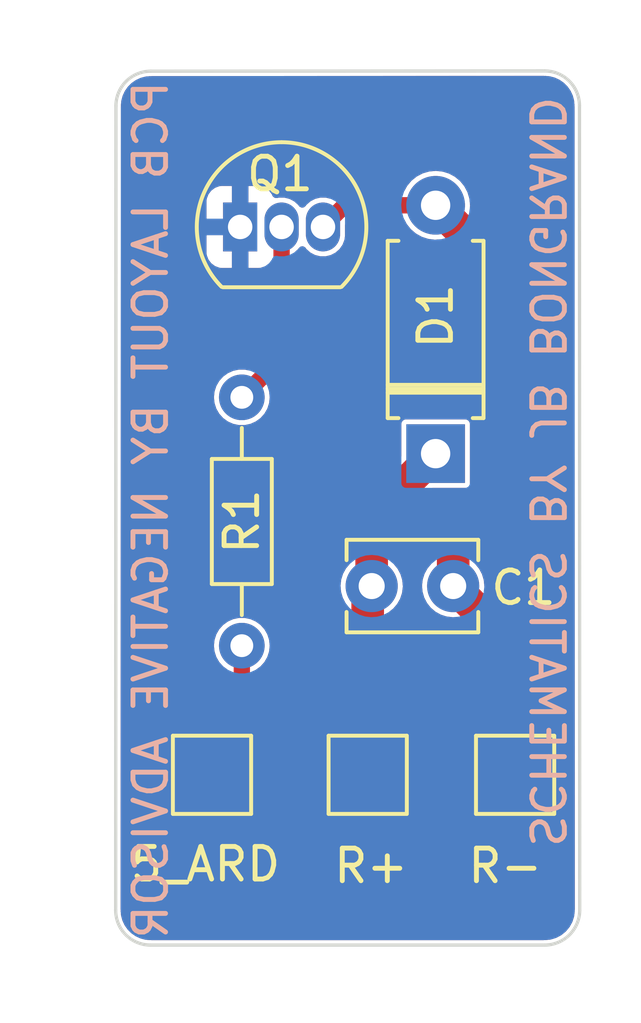
<source format=kicad_pcb>
(kicad_pcb (version 20211014) (generator pcbnew)
  (title_block (title "PCBPool Template") (date "21 December 2014") (rev "0.1") (company "s-light.eu"))
  (layers (0 "F.Cu" signal) (31 "B.Cu" signal) (34 "B.Paste" user) (35 "F.Paste" user) (36 "B.SilkS" user "B.Silkscreen") (37 "F.SilkS" user "F.Silkscreen") (38 "B.Mask" user) (39 "F.Mask" user) (44 "Edge.Cuts" user))
  (net 0 "")
  (net 1 "VCC")
  (net 2 "Net-(C1-Pad2)")
  (net 3 "Net-(J1-Pad1)")
  (net 4 "GND")
  (net 5 "Net-(Q1-Pad2)")
  (footprint "Capacitor_THT:C_Disc_D3.8mm_W2.6mm_P2.50mm" (layer "F.Cu") (at 120.9368 89.5732)
    (fp_text reference "C1" (at 4.6536 0.0508) (layer "F.SilkS"))
    (fp_text value "0.1Uf" hide)
    (fp_line (start -0.77 1.42) (end 3.27 1.42) (layer "F.SilkS") (width 0.12))
    (fp_line (start 3.27 -1.42) (end 3.27 -0.795) (layer "F.SilkS") (width 0.12))
    (fp_line (start -0.77 -1.42) (end 3.27 -1.42) (layer "F.SilkS") (width 0.12))
    (fp_line (start 3.27 0.795) (end 3.27 1.42) (layer "F.SilkS") (width 0.12))
    (fp_line (start -0.77 0.795) (end -0.77 1.42) (layer "F.SilkS") (width 0.12))
    (fp_line (start -0.77 -1.42) (end -0.77 -0.795) (layer "F.SilkS") (width 0.12))
    (pad "1" thru_hole circle (at 0 0) (size 1.6 1.6) (drill 0.8) (layers *.Cu *.Mask) (net 1 "VCC"))
    (pad "2" thru_hole circle (at 2.5 0) (size 1.6 1.6) (drill 0.8) (layers *.Cu *.Mask) (net 2 "Net-(C1-Pad2)"))
  )
  (footprint "TestPoint:TestPoint_Pad_2.0x2.0mm" (layer "F.Cu") (at 125.3364 95.3644)
    (fp_text reference "J3" hide)
    (fp_text value "R-" (at -0.3048 2.794) (layer "F.SilkS"))
    (fp_line (start 1.2 1.2) (end -1.2 1.2) (layer "F.SilkS") (width 0.12))
    (fp_line (start 1.2 -1.2) (end 1.2 1.2) (layer "F.SilkS") (width 0.12))
    (fp_line (start -1.2 1.2) (end -1.2 -1.2) (layer "F.SilkS") (width 0.12))
    (fp_line (start -1.2 -1.2) (end 1.2 -1.2) (layer "F.SilkS") (width 0.12))
    (pad "1" smd rect (at 0 0) (size 2 2) (layers "F.Cu" "F.Mask") (net 2 "Net-(C1-Pad2)"))
  )
  (footprint "TestPoint:TestPoint_Pad_2.0x2.0mm" (layer "F.Cu") (at 116.04 95.3644)
    (fp_text reference "J1" hide)
    (fp_text value "5_ARD" (at -0.2032 2.7432) (layer "F.SilkS"))
    (fp_line (start -1.2 1.2) (end -1.2 -1.2) (layer "F.SilkS") (width 0.12))
    (fp_line (start -1.2 -1.2) (end 1.2 -1.2) (layer "F.SilkS") (width 0.12))
    (fp_line (start 1.2 -1.2) (end 1.2 1.2) (layer "F.SilkS") (width 0.12))
    (fp_line (start 1.2 1.2) (end -1.2 1.2) (layer "F.SilkS") (width 0.12))
    (pad "1" smd rect (at 0 0) (size 2 2) (layers "F.Cu" "F.Mask") (net 3 "Net-(J1-Pad1)"))
  )
  (footprint "TestPoint:TestPoint_Pad_2.0x2.0mm" (layer "F.Cu") (at 120.8152 95.3644)
    (fp_text reference "J2" hide)
    (fp_text value "R+" (at 0.1016 2.794) (layer "F.SilkS"))
    (fp_line (start 1.2 1.2) (end -1.2 1.2) (layer "F.SilkS") (width 0.12))
    (fp_line (start -1.2 -1.2) (end 1.2 -1.2) (layer "F.SilkS") (width 0.12))
    (fp_line (start 1.2 -1.2) (end 1.2 1.2) (layer "F.SilkS") (width 0.12))
    (fp_line (start -1.2 1.2) (end -1.2 -1.2) (layer "F.SilkS") (width 0.12))
    (pad "1" smd rect (at 0 0) (size 2 2) (layers "F.Cu" "F.Mask") (net 1 "VCC"))
  )
  (footprint "Package_TO_SOT_THT:TO-92_Inline" (layer "F.Cu") (at 116.9036 78.554)
    (fp_text reference "Q1" (at 1.2192 -1.6256) (layer "F.SilkS"))
    (fp_text value "PN2222A")
    (fp_line (start -0.53 1.85) (end 3.07 1.85) (layer "F.SilkS") (width 0.12))
    (fp_arc (start -0.568478 1.838478) (mid -1.132087 -0.994977) (end 1.27 -2.6) (layer "F.SilkS") (width 0.12))
    (fp_arc (start 1.27 -2.6) (mid 3.672087 -0.994977) (end 3.108478 1.838478) (layer "F.SilkS") (width 0.12))
    (pad "1" thru_hole rect (at 0 0) (size 1.05 1.5) (drill 0.75) (layers *.Cu *.Mask) (net 4 "GND"))
    (pad "2" thru_hole oval (at 1.27 0) (size 1.05 1.5) (drill 0.75) (layers *.Cu *.Mask) (net 5 "Net-(Q1-Pad2)"))
    (pad "3" thru_hole oval (at 2.54 0) (size 1.05 1.5) (drill 0.75) (layers *.Cu *.Mask) (net 2 "Net-(C1-Pad2)"))
  )
  (footprint "Resistor_THT:R_Axial_DIN0204_L3.6mm_D1.6mm_P7.62mm_Horizontal" (layer "F.Cu") (at 116.9544 91.402 90)
    (fp_text reference "R1" (at 3.81 0 90) (layer "F.SilkS"))
    (fp_text value "270r" hide)
    (fp_line (start 1.89 -0.92) (end 1.89 0.92) (layer "F.SilkS") (width 0.12))
    (fp_line (start 0.94 0) (end 1.89 0) (layer "F.SilkS") (width 0.12))
    (fp_line (start 5.73 0.92) (end 5.73 -0.92) (layer "F.SilkS") (width 0.12))
    (fp_line (start 5.73 -0.92) (end 1.89 -0.92) (layer "F.SilkS") (width 0.12))
    (fp_line (start 1.89 0.92) (end 5.73 0.92) (layer "F.SilkS") (width 0.12))
    (fp_line (start 6.68 0) (end 5.73 0) (layer "F.SilkS") (width 0.12))
    (pad "1" thru_hole circle (at 0 0 90) (size 1.4 1.4) (drill 0.7) (layers *.Cu *.Mask) (net 3 "Net-(J1-Pad1)"))
    (pad "2" thru_hole oval (at 7.62 0 90) (size 1.4 1.4) (drill 0.7) (layers *.Cu *.Mask) (net 5 "Net-(Q1-Pad2)"))
  )
  (footprint "Diode_THT:D_A-405_P7.62mm_Horizontal" (layer "F.Cu") (at 122.898 85.5092 90)
    (fp_text reference "D1" (at 4.2164 0 90) (layer "F.SilkS"))
    (fp_text value "1N4001" hide)
    (fp_line (start 1.87 -1.47) (end 1.87 1.47) (layer "F.SilkS") (width 0.12))
    (fp_line (start 1.99 -1.47) (end 1.99 1.47) (layer "F.SilkS") (width 0.12))
    (fp_line (start 1.09 -1.14) (end 1.09 -1.47) (layer "F.SilkS") (width 0.12))
    (fp_line (start 1.09 -1.47) (end 6.53 -1.47) (layer "F.SilkS") (width 0.12))
    (fp_line (start 1.09 1.14) (end 1.09 1.47) (layer "F.SilkS") (width 0.12))
    (fp_line (start 1.09 1.47) (end 6.53 1.47) (layer "F.SilkS") (width 0.12))
    (fp_line (start 6.53 -1.47) (end 6.53 -1.14) (layer "F.SilkS") (width 0.12))
    (fp_line (start 6.53 1.47) (end 6.53 1.14) (layer "F.SilkS") (width 0.12))
    (fp_line (start 2.11 -1.47) (end 2.11 1.47) (layer "F.SilkS") (width 0.12))
    (pad "1" thru_hole rect (at 0 0 90) (size 1.8 1.8) (drill 0.9) (layers *.Cu *.Mask) (net 1 "VCC"))
    (pad "2" thru_hole oval (at 7.62 0 90) (size 1.8 1.8) (drill 0.9) (layers *.Cu *.Mask) (net 2 "Net-(C1-Pad2)"))
  )
  (gr_arc (start 113.0936 74.8412) (mid 113.406058 74.086858) (end 114.1604 73.7744) (layer "Edge.Cuts") (width 0.1))
  (gr_line (start 113.0936 74.8412) (end 113.085942 99.522338) (layer "Edge.Cuts") (width 0.1))
  (gr_arc (start 126.243138 73.766742) (mid 126.99744 74.079216) (end 127.309938 74.833542) (layer "Edge.Cuts") (width 0.1))
  (gr_line (start 126.243138 73.766742) (end 114.1604 73.7744) (layer "Edge.Cuts") (width 0.1))
  (gr_line (start 127.3176 99.53) (end 127.309938 74.833542) (layer "Edge.Cuts") (width 0.1))
  (gr_arc (start 114.152742 100.589138) (mid 113.39836 100.276697) (end 113.085942 99.522338) (layer "Edge.Cuts") (width 0.1))
  (gr_line (start 114.152742 100.589138) (end 126.243138 100.589138) (layer "Edge.Cuts") (width 0.1))
  (gr_arc (start 127.3176 99.53) (mid 126.997488 100.279829) (end 126.243138 100.589138) (layer "Edge.Cuts") (width 0.1))
  (gr_text "SCHEMATICS BY JB BONGRAND\n" (at 126.3016 86.068 -90) (layer "B.SilkS") (effects (font (size 1 1)) (justify mirror)))
  (gr_text "PCB LAYOUT BY NEGATIVE ADVISOR" (at 114.1604 87.2364 90) (layer "B.SilkS") (effects (font (size 1 1)) (justify mirror)))
  (segment (start 120.9368 87.4704) (end 120.9368 89.5732) (width 1) (layer "F.Cu") (net 1))
  (segment (start 120.8152 95.3644) (end 120.8152 89.6948) (width 1) (layer "F.Cu") (net 1))
  (segment (start 120.8152 89.6948) (end 120.9368 89.5732) (width 0.2) (layer "F.Cu") (net 1))
  (segment (start 120.9368 87.4704) (end 122.898 85.5092) (width 1) (layer "F.Cu") (net 1))
  (segment (start 120.1084 77.8892) (end 119.4436 78.554) (width 0.5) (layer "F.Cu") (net 2))
  (segment (start 123.4368 88.1708) (end 125.438 86.1696) (width 1) (layer "F.Cu") (net 2))
  (segment (start 122.898 77.8892) (end 120.1084 77.8892) (width 0.5) (layer "F.Cu") (net 2))
  (segment (start 123.4368 89.5732) (end 123.4368 88.1708) (width 1) (layer "F.Cu") (net 2))
  (segment (start 125.438 80.4292) (end 125.438 86.1696) (width 1) (layer "F.Cu") (net 2))
  (segment (start 125.3364 95.3644) (end 125.3364 91.4728) (width 1) (layer "F.Cu") (net 2))
  (segment (start 122.898 77.8892) (end 125.438 80.4292) (width 1) (layer "F.Cu") (net 2))
  (segment (start 125.3364 91.4728) (end 123.4368 89.5732) (width 1) (layer "F.Cu") (net 2))
  (segment (start 116.9544 91.402) (end 116.9544 94.45) (width 0.5) (layer "F.Cu") (net 3))
  (segment (start 116.9544 94.45) (end 116.04 95.3644) (width 0.5) (layer "F.Cu") (net 3))
  (segment (start 118.1736 82.5628) (end 116.9544 83.782) (width 0.5) (layer "F.Cu") (net 5))
  (segment (start 118.1736 78.554) (end 118.1736 82.5628) (width 0.5) (layer "F.Cu") (net 5))
  (zone (net 4) (net_name "GND") (layer "F.Cu") (connect_pads (clearance 0.15)) (min_thickness 0.254) (fill yes (thermal_gap 0.508) (thermal_bridge_width 0.508))
    (polygon (pts (xy 127.8764 72.2504) (xy 127.8256 101.7144) (xy 110.198 101.7144) (xy 110.0964 80.48) (xy 110.0964 72.1488)))
  )
  (zone (net 4) (net_name "GND") (layer "B.Cu") (connect_pads (clearance 0.15)) (min_thickness 0.254) (fill yes (thermal_gap 0.508) (thermal_bridge_width 0.508))
    (polygon (pts (xy 129.1972 102.9844) (xy 109.5376 102.8828) (xy 109.7916 71.844) (xy 129.0448 71.59)))
  )
)
</source>
